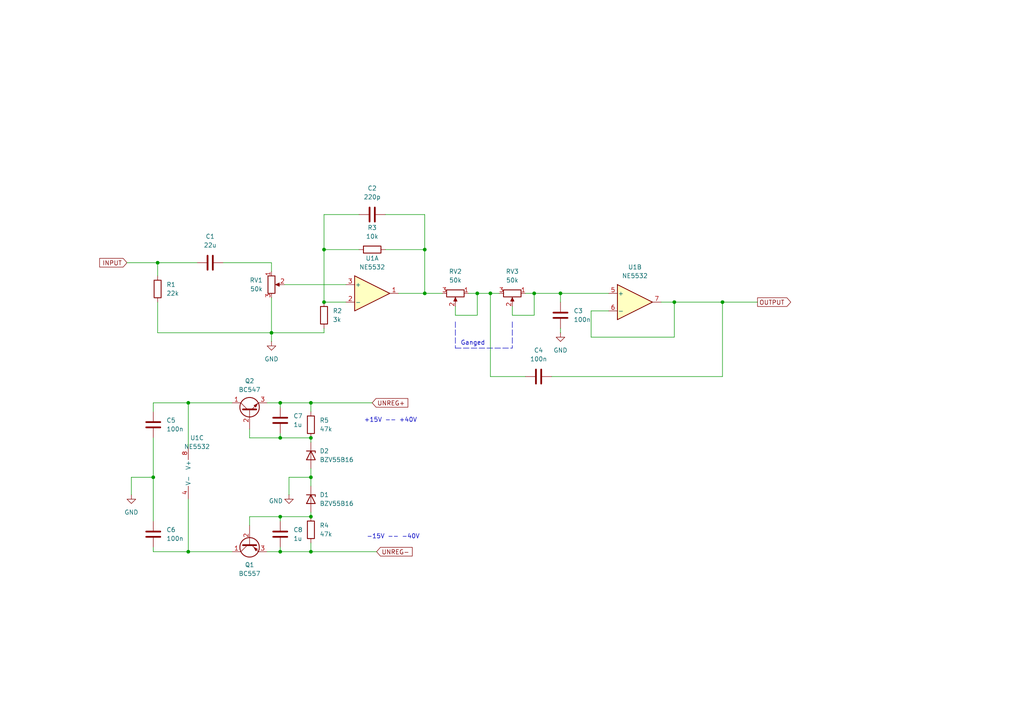
<source format=kicad_sch>
(kicad_sch (version 20250114) (generator "eeschema") (generator_version "9.0")
  (paper "A4")
  (lib_symbols
    (symbol "Amplifier_Operational:NE5532" (pin_names (offset 0.127))
      (property "Reference" "U" (at 0 5.08 0))
      (property "Value" "NE5532" (at 0 -5.08 0))
      (symbol "NE5532_1_1"
        (polyline (pts (xy -5.08 5.08) (xy 5.08 0) (xy -5.08 -5.08) (xy -5.08 5.08)) (stroke (width 0.254)) (fill (type background)))
        (pin input line (at -7.62 2.54 0) (length 2.54) (name "+") (number "3"))
        (pin input line (at -7.62 -2.54 0) (length 2.54) (name "-") (number "2"))
        (pin output line (at 7.62 0 180) (length 2.54) (name "~") (number "1"))
      )
      (symbol "NE5532_2_1"
        (polyline (pts (xy -5.08 5.08) (xy 5.08 0) (xy -5.08 -5.08) (xy -5.08 5.08)) (stroke (width 0.254)) (fill (type background)))
        (pin input line (at -7.62 2.54 0) (length 2.54) (name "+") (number "5"))
        (pin input line (at -7.62 -2.54 0) (length 2.54) (name "-") (number "6"))
        (pin output line (at 7.62 0 180) (length 2.54) (name "~") (number "7"))
      )
      (symbol "NE5532_3_1"
        (pin power_in line (at -2.54 7.62 270) (length 3.81) (name "V+") (number "8"))
        (pin power_in line (at -2.54 -7.62 90) (length 3.81) (name "V-") (number "4"))
      )
    )
    (symbol "Device:C" (pin_numbers (hide yes)) (pin_names (offset 0.254))
      (property "Reference" "C" (at 0.635 2.54 0))
      (property "Value" "C" (at 0.635 -2.54 0))
      (symbol "C_0_1"
        (polyline (pts (xy -2.032 0.762) (xy 2.032 0.762)) (stroke (width 0.508)))
        (polyline (pts (xy -2.032 -0.762) (xy 2.032 -0.762)) (stroke (width 0.508)))
      )
      (symbol "C_1_1"
        (pin passive line (at 0 3.81 270) (length 2.794) (name "~") (number "1"))
        (pin passive line (at 0 -3.81 90) (length 2.794) (name "~") (number "2"))
      )
    )
    (symbol "Device:R" (pin_numbers (hide yes)) (pin_names (offset 0))
      (property "Reference" "R" (at 2.032 0 90))
      (property "Value" "R" (at 0 0 90))
      (symbol "R_0_1"
        (rectangle (start -1.016 -2.54) (end 1.016 2.54) (stroke (width 0.254)))
      )
      (symbol "R_1_1"
        (pin passive line (at 0 3.81 270) (length 1.27) (name "~") (number "1"))
        (pin passive line (at 0 -3.81 90) (length 1.27) (name "~") (number "2"))
      )
    )
    (symbol "Device:R_Potentiometer" (pin_names (offset 1.016) (hide yes))
      (property "Reference" "RV" (at -4.445 0 90))
      (property "Value" "R_Potentiometer" (at -2.54 0 90))
      (symbol "R_Potentiometer_0_1"
        (rectangle (start 1.016 2.54) (end -1.016 -2.54) (stroke (width 0.254)))
        (polyline (pts (xy 1.143 0) (xy 2.286 0.508) (xy 2.286 -0.508) (xy 1.143 0)) (fill (type outline)))
        (polyline (pts (xy 2.54 0) (xy 1.524 0)))
      )
      (symbol "R_Potentiometer_1_1"
        (pin passive line (at 0 3.81 270) (length 1.27) (name "1") (number "1"))
        (pin passive line (at 0 -3.81 90) (length 1.27) (name "3") (number "3"))
        (pin passive line (at 3.81 0 180) (length 1.27) (name "2") (number "2"))
      )
    )
    (symbol "Diode:BZV55B16" (pin_numbers (hide yes)) (pin_names (hide yes))
      (property "Reference" "D" (at 0 2.54 0))
      (property "Value" "BZV55B16" (at 0 -2.54 0))
      (symbol "BZV55B16_0_1"
        (polyline (pts (xy -1.27 -1.27) (xy -1.27 1.27) (xy -0.762 1.27)) (stroke (width 0.254)))
        (polyline (pts (xy 1.27 0) (xy -1.27 0)))
        (polyline (pts (xy 1.27 -1.27) (xy 1.27 1.27) (xy -1.27 0) (xy 1.27 -1.27)) (stroke (width 0.254)))
      )
      (symbol "BZV55B16_1_1"
        (pin passive line (at -3.81 0 0) (length 2.54) (name "K") (number "1"))
        (pin passive line (at 3.81 0 180) (length 2.54) (name "A") (number "2"))
      )
    )
    (symbol "Transistor_BJT:BC547" (pin_names (offset 0) (hide yes))
      (property "Reference" "Q" (at 5.08 1.905 0))
      (property "Value" "BC547" (at 5.08 0 0))
      (symbol "BC547_0_1"
        (polyline (pts (xy 0 0) (xy 0.635 0)))
        (polyline (pts (xy 0.635 1.905) (xy 0.635 -1.905) (xy 0.635 -1.905)) (stroke (width 0.508)))
        (polyline (pts (xy 0.635 0.635) (xy 2.54 2.54)))
        (polyline (pts (xy 0.635 -0.635) (xy 2.54 -2.54) (xy 2.54 -2.54)))
        (circle (center 1.27 0) (radius 2.8194) (stroke (width 0.254)))
        (polyline (pts (xy 1.27 -1.778) (xy 1.778 -1.27) (xy 2.286 -2.286) (xy 1.27 -1.778) (xy 1.27 -1.778)) (fill (type outline)))
      )
      (symbol "BC547_1_1"
        (pin input line (at -5.08 0 0) (length 5.08) (name "B") (number "2"))
        (pin passive line (at 2.54 5.08 270) (length 2.54) (name "C") (number "1"))
        (pin passive line (at 2.54 -5.08 90) (length 2.54) (name "E") (number "3"))
      )
    )
    (symbol "Transistor_BJT:BC557" (pin_names (offset 0) (hide yes))
      (property "Reference" "Q" (at 5.08 1.905 0))
      (property "Value" "BC557" (at 5.08 0 0))
      (symbol "BC557_0_1"
        (polyline (pts (xy 0.635 1.905) (xy 0.635 -1.905) (xy 0.635 -1.905)) (stroke (width 0.508)))
        (polyline (pts (xy 0.635 0.635) (xy 2.54 2.54)))
        (polyline (pts (xy 0.635 -0.635) (xy 2.54 -2.54) (xy 2.54 -2.54)))
        (circle (center 1.27 0) (radius 2.8194) (stroke (width 0.254)))
        (polyline (pts (xy 2.286 -1.778) (xy 1.778 -2.286) (xy 1.27 -1.27) (xy 2.286 -1.778) (xy 2.286 -1.778)) (fill (type outline)))
      )
      (symbol "BC557_1_1"
        (pin input line (at -5.08 0 0) (length 5.715) (name "B") (number "2"))
        (pin passive line (at 2.54 5.08 270) (length 2.54) (name "C") (number "1"))
        (pin passive line (at 2.54 -5.08 90) (length 2.54) (name "E") (number "3"))
      )
    )
    (symbol "power:GND" (power) (pin_numbers (hide yes)) (pin_names (offset 0) (hide yes))
      (property "Value" "GND" (at 0 -3.81 0))
      (symbol "GND_0_1"
        (polyline (pts (xy 0 0) (xy 0 -1.27) (xy 1.27 -1.27) (xy 0 -2.54) (xy -1.27 -1.27) (xy 0 -1.27)))
      )
      (symbol "GND_1_1"
        (pin power_in line (at 0 0 270) (length 0) (name "~") (number "1"))
      )
    )
  )
  (text "Ganged" (at 137.16 99.568 0) (effects (font (size 1.27 1.27))))
  (text "-15V -- -40V" (at 114.046 155.702 0) (effects (font (size 1.27 1.27))))
  (text "+15V -- +40V" (at 113.284 121.92 0) (effects (font (size 1.27 1.27))))
  (junction (at 81.28 116.84))
  (junction (at 90.17 138.43))
  (junction (at 90.17 160.02))
  (junction (at 54.61 116.84))
  (junction (at 90.17 149.86))
  (junction (at 142.24 85.09))
  (junction (at 81.28 160.02))
  (junction (at 93.98 87.63))
  (junction (at 93.98 72.39))
  (junction (at 123.19 72.39))
  (junction (at 81.28 149.86))
  (junction (at 154.94 85.09))
  (junction (at 81.28 127))
  (junction (at 162.56 85.09))
  (junction (at 78.74 96.52))
  (junction (at 44.45 138.43))
  (junction (at 54.61 160.02))
  (junction (at 195.58 87.63))
  (junction (at 138.43 85.09))
  (junction (at 90.17 116.84))
  (junction (at 209.55 87.63))
  (junction (at 45.72 76.2))
  (junction (at 123.19 85.09))
  (junction (at 90.17 127))
  (wire (pts (xy 148.59 91.44) (xy 154.94 91.44)))
  (wire (pts (xy 152.4 85.09) (xy 154.94 85.09)))
  (polyline (pts (xy 148.59 93.345) (xy 148.59 100.965)) (stroke (width 0) (type dash)))
  (wire (pts (xy 44.45 116.84) (xy 44.45 119.38)))
  (wire (pts (xy 93.98 96.52) (xy 93.98 95.25)))
  (wire (pts (xy 36.83 76.2) (xy 45.72 76.2)))
  (wire (pts (xy 123.19 85.09) (xy 115.57 85.09)))
  (wire (pts (xy 81.28 127) (xy 90.17 127)))
  (wire (pts (xy 90.17 160.02) (xy 109.22 160.02)))
  (wire (pts (xy 38.1 143.51) (xy 38.1 138.43)))
  (wire (pts (xy 90.17 138.43) (xy 90.17 140.97)))
  (wire (pts (xy 111.76 72.39) (xy 123.19 72.39)))
  (wire (pts (xy 72.39 149.86) (xy 81.28 149.86)))
  (wire (pts (xy 138.43 85.09) (xy 142.24 85.09)))
  (wire (pts (xy 54.61 116.84) (xy 54.61 129.54)))
  (wire (pts (xy 78.74 86.36) (xy 78.74 96.52)))
  (wire (pts (xy 90.17 116.84) (xy 107.95 116.84)))
  (wire (pts (xy 209.55 87.63) (xy 219.71 87.63)))
  (wire (pts (xy 93.98 87.63) (xy 100.33 87.63)))
  (wire (pts (xy 81.28 149.86) (xy 81.28 151.13)))
  (wire (pts (xy 82.55 82.55) (xy 100.33 82.55)))
  (wire (pts (xy 81.28 125.73) (xy 81.28 127)))
  (wire (pts (xy 123.19 85.09) (xy 128.27 85.09)))
  (wire (pts (xy 191.77 87.63) (xy 195.58 87.63)))
  (wire (pts (xy 64.77 76.2) (xy 78.74 76.2)))
  (wire (pts (xy 176.53 90.17) (xy 171.45 90.17)))
  (wire (pts (xy 111.76 62.23) (xy 123.19 62.23)))
  (wire (pts (xy 93.98 72.39) (xy 104.14 72.39)))
  (wire (pts (xy 132.08 91.44) (xy 138.43 91.44)))
  (wire (pts (xy 44.45 158.75) (xy 44.45 160.02)))
  (wire (pts (xy 54.61 144.78) (xy 54.61 160.02)))
  (wire (pts (xy 148.59 88.9) (xy 148.59 91.44)))
  (wire (pts (xy 78.74 96.52) (xy 93.98 96.52)))
  (wire (pts (xy 162.56 95.25) (xy 162.56 96.52)))
  (wire (pts (xy 45.72 80.01) (xy 45.72 76.2)))
  (wire (pts (xy 152.4 109.22) (xy 142.24 109.22)))
  (wire (pts (xy 54.61 160.02) (xy 67.31 160.02)))
  (wire (pts (xy 45.72 76.2) (xy 57.15 76.2)))
  (wire (pts (xy 162.56 85.09) (xy 176.53 85.09)))
  (wire (pts (xy 135.89 85.09) (xy 138.43 85.09)))
  (wire (pts (xy 44.45 127) (xy 44.45 138.43)))
  (wire (pts (xy 160.02 109.22) (xy 209.55 109.22)))
  (wire (pts (xy 132.08 88.9) (xy 132.08 91.44)))
  (wire (pts (xy 93.98 72.39) (xy 93.98 87.63)))
  (wire (pts (xy 54.61 116.84) (xy 44.45 116.84)))
  (wire (pts (xy 90.17 127) (xy 90.17 128.27)))
  (wire (pts (xy 78.74 96.52) (xy 78.74 99.06)))
  (wire (pts (xy 90.17 135.89) (xy 90.17 138.43)))
  (wire (pts (xy 44.45 160.02) (xy 54.61 160.02)))
  (wire (pts (xy 90.17 116.84) (xy 81.28 116.84)))
  (wire (pts (xy 72.39 152.4) (xy 72.39 149.86)))
  (wire (pts (xy 154.94 91.44) (xy 154.94 85.09)))
  (wire (pts (xy 142.24 85.09) (xy 144.78 85.09)))
  (polyline (pts (xy 132.08 100.965) (xy 148.59 100.965)) (stroke (width 0) (type dash)))
  (wire (pts (xy 77.47 160.02) (xy 81.28 160.02)))
  (wire (pts (xy 67.31 116.84) (xy 54.61 116.84)))
  (wire (pts (xy 72.39 124.46) (xy 72.39 127)))
  (wire (pts (xy 90.17 148.59) (xy 90.17 149.86)))
  (wire (pts (xy 195.58 87.63) (xy 209.55 87.63)))
  (wire (pts (xy 162.56 87.63) (xy 162.56 85.09)))
  (wire (pts (xy 81.28 116.84) (xy 77.47 116.84)))
  (wire (pts (xy 90.17 138.43) (xy 83.82 138.43)))
  (wire (pts (xy 209.55 109.22) (xy 209.55 87.63)))
  (wire (pts (xy 81.28 149.86) (xy 90.17 149.86)))
  (wire (pts (xy 83.82 138.43) (xy 83.82 143.51)))
  (wire (pts (xy 162.56 85.09) (xy 154.94 85.09)))
  (wire (pts (xy 81.28 158.75) (xy 81.28 160.02)))
  (wire (pts (xy 171.45 90.17) (xy 171.45 97.79)))
  (wire (pts (xy 93.98 62.23) (xy 93.98 72.39)))
  (wire (pts (xy 45.72 96.52) (xy 78.74 96.52)))
  (wire (pts (xy 142.24 85.09) (xy 142.24 109.22)))
  (wire (pts (xy 38.1 138.43) (xy 44.45 138.43)))
  (wire (pts (xy 171.45 97.79) (xy 195.58 97.79)))
  (wire (pts (xy 195.58 87.63) (xy 195.58 97.79)))
  (wire (pts (xy 81.28 160.02) (xy 90.17 160.02)))
  (wire (pts (xy 138.43 85.09) (xy 138.43 91.44)))
  (wire (pts (xy 90.17 157.48) (xy 90.17 160.02)))
  (wire (pts (xy 123.19 62.23) (xy 123.19 72.39)))
  (wire (pts (xy 45.72 87.63) (xy 45.72 96.52)))
  (wire (pts (xy 90.17 119.38) (xy 90.17 116.84)))
  (wire (pts (xy 81.28 116.84) (xy 81.28 118.11)))
  (wire (pts (xy 123.19 72.39) (xy 123.19 85.09)))
  (wire (pts (xy 44.45 138.43) (xy 44.45 151.13)))
  (wire (pts (xy 78.74 76.2) (xy 78.74 78.74)))
  (polyline (pts (xy 132.08 93.345) (xy 132.08 100.965)) (stroke (width 0) (type dash)))
  (wire (pts (xy 104.14 62.23) (xy 93.98 62.23)))
  (wire (pts (xy 72.39 127) (xy 81.28 127)))
  (global_label "OUTPUT" (shape output) (at 219.71 87.63 0) (property "Intersheetrefs" "${INTERSHEET_REFS}" (effects (hide yes))))
  (global_label "UNREG+" (shape input) (at 107.95 116.84 0) (property "Intersheetrefs" "${INTERSHEET_REFS}" (effects (hide yes))))
  (global_label "INPUT" (shape input) (at 36.83 76.2 180) (property "Intersheetrefs" "${INTERSHEET_REFS}" (effects (hide yes))))
  (global_label "UNREG-" (shape input) (at 109.22 160.02 0) (property "Intersheetrefs" "${INTERSHEET_REFS}" (effects (hide yes))))
  (symbol (lib_id "Device:C") (at 156.21 109.22 90) (unit 1)
    (property "Reference" "C4" (at 156.21 101.6 90))
    (property "Value" "100n" (at 156.21 104.14 90))
    (property "Description" "Unpolarized capacitor" (effects (hide yes)))
  )
  (symbol (lib_id "Transistor_BJT:BC547") (at 72.39 119.38 90) (unit 1)
    (property "Reference" "Q2" (at 72.39 110.49 90))
    (property "Value" "BC547" (at 72.39 113.03 90))
    (property "Footprint" "Package_TO_SOT_THT:TO-92_Inline" (effects (hide yes)))
    (property "Datasheet" "https://www.onsemi.com/pub/Collateral/BC550-D.pdf" (effects (hide yes)))
    (property "Description" "0.1A Ic, 45V Vce, Small Signal NPN Transistor, TO-92" (effects (hide yes)))
  )
  (symbol (lib_id "Device:C") (at 107.95 62.23 90) (unit 1)
    (property "Reference" "C2" (at 107.95 54.61 90))
    (property "Value" "220p" (at 107.95 57.15 90))
    (property "Description" "Unpolarized capacitor" (effects (hide yes)))
  )
  (symbol (lib_id "power:GND") (at 78.74 99.06 0) (unit 1)
    (property "Reference" "#PWR01" (effects (hide yes)))
    (property "Value" "GND" (at 78.74 104.14 0))
    (property "Description" "Power symbol creates a global label with name \"GND\" , ground" (effects (hide yes)))
  )
  (symbol (lib_id "Device:C") (at 60.96 76.2 90) (unit 1)
    (property "Reference" "C1" (at 60.96 68.58 90))
    (property "Value" "22u" (at 60.96 71.12 90))
    (property "Description" "Unpolarized capacitor" (effects (hide yes)))
  )
  (symbol (lib_id "Device:C") (at 162.56 91.44 0) (unit 1)
    (property "Reference" "C3" (at 166.37 90.1699 0) (effects (justify left)))
    (property "Value" "100n" (at 166.37 92.7099 0) (effects (justify left)))
    (property "Description" "Unpolarized capacitor" (effects (hide yes)))
  )
  (symbol (lib_id "power:GND") (at 83.82 143.51 0) (unit 1)
    (property "Reference" "#PWR03" (effects (hide yes)))
    (property "Value" "GND" (at 80.01 145.288 0))
    (property "Description" "Power symbol creates a global label with name \"GND\" , ground" (effects (hide yes)))
  )
  (symbol (lib_id "power:GND") (at 162.56 96.52 0) (unit 1)
    (property "Reference" "#PWR02" (effects (hide yes)))
    (property "Value" "GND" (at 162.56 101.6 0))
    (property "Description" "Power symbol creates a global label with name \"GND\" , ground" (effects (hide yes)))
  )
  (symbol (lib_id "Device:R") (at 107.95 72.39 90) (unit 1)
    (property "Reference" "R3" (at 107.95 66.04 90))
    (property "Value" "10k" (at 107.95 68.58 90))
    (property "Description" "Resistor" (effects (hide yes)))
  )
  (symbol (lib_id "Amplifier_Operational:NE5532") (at 184.15 87.63 0) (unit 2)
    (property "Reference" "U1" (at 184.15 77.47 0))
    (property "Value" "NE5532" (at 184.15 80.01 0))
    (property "Datasheet" "http://www.ti.com/lit/ds/symlink/ne5532.pdf" (effects (hide yes)))
    (property "Description" "Dual Low-Noise Operational Amplifiers, DIP-8/SOIC-8" (effects (hide yes)))
  )
  (symbol (lib_id "Device:R_Potentiometer") (at 78.74 82.55 0) (unit 1)
    (property "Reference" "RV1" (at 76.2 81.2799 0) (effects (justify right)))
    (property "Value" "50k" (at 76.2 83.8199 0) (effects (justify right)))
    (property "Description" "Potentiometer" (effects (hide yes)))
  )
  (symbol (lib_id "Diode:BZV55B16") (at 90.17 144.78 270) (unit 1)
    (property "Reference" "D1" (at 92.71 143.5099 90) (effects (justify left)))
    (property "Value" "BZV55B16" (at 92.71 146.0499 90) (effects (justify left)))
    (property "Footprint" "Diode_SMD:D_MiniMELF" (effects (hide yes)))
    (property "Datasheet" "https://assets.nexperia.com/documents/data-sheet/BZV55_SER.pdf" (effects (hide yes)))
    (property "Description" "16V, 500mW, 2%, Zener diode, MiniMELF" (effects (hide yes)))
  )
  (symbol (lib_id "Device:R") (at 93.98 91.44 180) (unit 1)
    (property "Reference" "R2" (at 96.52 90.1699 0) (effects (justify right)))
    (property "Value" "3k" (at 96.52 92.7099 0) (effects (justify right)))
    (property "Description" "Resistor" (effects (hide yes)))
  )
  (symbol (lib_id "Device:R") (at 45.72 83.82 0) (unit 1)
    (property "Reference" "R1" (at 48.26 82.5499 0) (effects (justify left)))
    (property "Value" "22k" (at 48.26 85.0899 0) (effects (justify left)))
    (property "Description" "Resistor" (effects (hide yes)))
  )
  (symbol (lib_id "Diode:BZV55B16") (at 90.17 132.08 270) (unit 1)
    (property "Reference" "D2" (at 92.71 130.8099 90) (effects (justify left)))
    (property "Value" "BZV55B16" (at 92.71 133.3499 90) (effects (justify left)))
    (property "Footprint" "Diode_SMD:D_MiniMELF" (effects (hide yes)))
    (property "Datasheet" "https://assets.nexperia.com/documents/data-sheet/BZV55_SER.pdf" (effects (hide yes)))
    (property "Description" "16V, 500mW, 2%, Zener diode, MiniMELF" (effects (hide yes)))
  )
  (symbol (lib_id "Device:C") (at 81.28 121.92 0) (unit 1)
    (property "Reference" "C7" (at 85.09 120.6499 0) (effects (justify left)))
    (property "Value" "1u" (at 85.09 123.1899 0) (effects (justify left)))
    (property "Description" "Unpolarized capacitor" (effects (hide yes)))
  )
  (symbol (lib_id "Device:R_Potentiometer") (at 132.08 85.09 270) (unit 1)
    (property "Reference" "RV2" (at 132.08 78.74 90))
    (property "Value" "50k" (at 132.08 81.28 90))
    (property "Description" "Potentiometer" (effects (hide yes)))
  )
  (symbol (lib_id "Amplifier_Operational:NE5532") (at 57.15 137.16 0) (unit 3)
    (property "Reference" "U1" (at 57.15 127 0))
    (property "Value" "NE5532" (at 57.15 129.54 0))
    (property "Datasheet" "http://www.ti.com/lit/ds/symlink/ne5532.pdf" (effects (hide yes)))
    (property "Description" "Dual Low-Noise Operational Amplifiers, DIP-8/SOIC-8" (effects (hide yes)))
  )
  (symbol (lib_id "Device:R") (at 90.17 123.19 0) (unit 1)
    (property "Reference" "R5" (at 92.71 121.9199 0) (effects (justify left)))
    (property "Value" "47k" (at 92.71 124.4599 0) (effects (justify left)))
    (property "Description" "Resistor" (effects (hide yes)))
  )
  (symbol (lib_id "Device:C") (at 81.28 154.94 0) (unit 1)
    (property "Reference" "C8" (at 85.09 153.6699 0) (effects (justify left)))
    (property "Value" "1u" (at 85.09 156.2099 0) (effects (justify left)))
    (property "Description" "Unpolarized capacitor" (effects (hide yes)))
  )
  (symbol (lib_id "Device:C") (at 44.45 123.19 180) (unit 1)
    (property "Reference" "C5" (at 48.26 121.9199 0) (effects (justify right)))
    (property "Value" "100n" (at 48.26 124.4599 0) (effects (justify right)))
    (property "Description" "Unpolarized capacitor" (effects (hide yes)))
  )
  (symbol (lib_id "Amplifier_Operational:NE5532") (at 107.95 85.09 0) (unit 1)
    (property "Reference" "U1" (at 107.95 74.93 0))
    (property "Value" "NE5532" (at 107.95 77.47 0))
    (property "Datasheet" "http://www.ti.com/lit/ds/symlink/ne5532.pdf" (effects (hide yes)))
    (property "Description" "Dual Low-Noise Operational Amplifiers, DIP-8/SOIC-8" (effects (hide yes)))
  )
  (symbol (lib_id "Device:R_Potentiometer") (at 148.59 85.09 270) (unit 1)
    (property "Reference" "RV3" (at 148.59 78.74 90))
    (property "Value" "50k" (at 148.59 81.28 90))
    (property "Description" "Potentiometer" (effects (hide yes)))
  )
  (symbol (lib_id "Device:C") (at 44.45 154.94 180) (unit 1)
    (property "Reference" "C6" (at 48.26 153.6699 0) (effects (justify right)))
    (property "Value" "100n" (at 48.26 156.2099 0) (effects (justify right)))
    (property "Description" "Unpolarized capacitor" (effects (hide yes)))
  )
  (symbol (lib_id "Transistor_BJT:BC557") (at 72.39 157.48 90) (mirror x) (unit 1)
    (property "Reference" "Q1" (at 72.39 163.83 90))
    (property "Value" "BC557" (at 72.39 166.37 90))
    (property "Footprint" "Package_TO_SOT_THT:TO-92_Inline" (effects (hide yes)))
    (property "Datasheet" "https://www.onsemi.com/pub/Collateral/BC556BTA-D.pdf" (effects (hide yes)))
    (property "Description" "0.1A Ic, 45V Vce, PNP Small Signal Transistor, TO-92" (effects (hide yes)))
  )
  (symbol (lib_id "Device:R") (at 90.17 153.67 0) (unit 1)
    (property "Reference" "R4" (at 92.71 152.3999 0) (effects (justify left)))
    (property "Value" "47k" (at 92.71 154.9399 0) (effects (justify left)))
    (property "Description" "Resistor" (effects (hide yes)))
  )
  (symbol (lib_id "power:GND") (at 38.1 143.51 0) (unit 1)
    (property "Reference" "#PWR04" (effects (hide yes)))
    (property "Value" "GND" (at 38.1 148.59 0))
    (property "Description" "Power symbol creates a global label with name \"GND\" , ground" (effects (hide yes)))
  )
)
</source>
